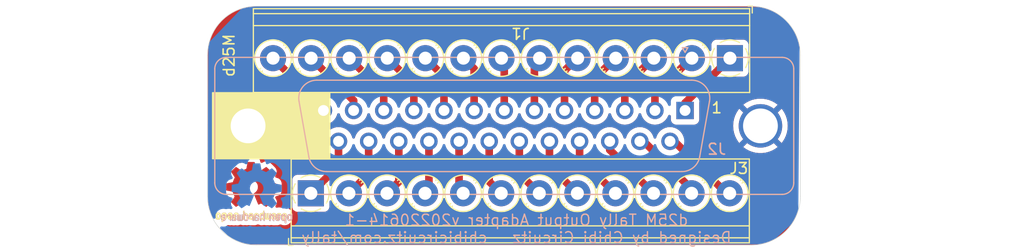
<source format=kicad_pcb>
(kicad_pcb
	(version 20240108)
	(generator "pcbnew")
	(generator_version "8.0")
	(general
		(thickness 1.6)
		(legacy_teardrops no)
	)
	(paper "USLetter")
	(title_block
		(title "d25M Tally Output Adapter board")
		(date "2022-06-14")
		(rev "20220514-1")
		(company "Chibi Circuitz")
	)
	(layers
		(0 "F.Cu" signal)
		(31 "B.Cu" signal)
		(32 "B.Adhes" user "B.Adhesive")
		(33 "F.Adhes" user "F.Adhesive")
		(34 "B.Paste" user)
		(35 "F.Paste" user)
		(36 "B.SilkS" user "B.Silkscreen")
		(37 "F.SilkS" user "F.Silkscreen")
		(38 "B.Mask" user)
		(39 "F.Mask" user)
		(40 "Dwgs.User" user "User.Drawings")
		(41 "Cmts.User" user "User.Comments")
		(42 "Eco1.User" user "User.Eco1")
		(43 "Eco2.User" user "User.Eco2")
		(44 "Edge.Cuts" user)
		(45 "Margin" user)
		(46 "B.CrtYd" user "B.Courtyard")
		(47 "F.CrtYd" user "F.Courtyard")
		(48 "B.Fab" user)
		(49 "F.Fab" user)
	)
	(setup
		(pad_to_mask_clearance 0)
		(allow_soldermask_bridges_in_footprints no)
		(pcbplotparams
			(layerselection 0x00010fc_ffffffff)
			(plot_on_all_layers_selection 0x0000000_00000000)
			(disableapertmacros no)
			(usegerberextensions no)
			(usegerberattributes yes)
			(usegerberadvancedattributes yes)
			(creategerberjobfile yes)
			(dashed_line_dash_ratio 12.000000)
			(dashed_line_gap_ratio 3.000000)
			(svgprecision 4)
			(plotframeref no)
			(viasonmask no)
			(mode 1)
			(useauxorigin no)
			(hpglpennumber 1)
			(hpglpenspeed 20)
			(hpglpendiameter 15.000000)
			(pdf_front_fp_property_popups yes)
			(pdf_back_fp_property_popups yes)
			(dxfpolygonmode yes)
			(dxfimperialunits yes)
			(dxfusepcbnewfont yes)
			(psnegative no)
			(psa4output no)
			(plotreference yes)
			(plotvalue yes)
			(plotfptext yes)
			(plotinvisibletext no)
			(sketchpadsonfab no)
			(subtractmaskfromsilk no)
			(outputformat 1)
			(mirror no)
			(drillshape 1)
			(scaleselection 1)
			(outputdirectory "")
		)
	)
	(net 0 "")
	(net 1 "GND")
	(net 2 "Pin1")
	(net 3 "Pin2")
	(net 4 "Pin4")
	(net 5 "Pin10")
	(net 6 "Pin9")
	(net 7 "Pin7")
	(net 8 "Pin13")
	(net 9 "Pin6")
	(net 10 "Pin11")
	(net 11 "Pin3")
	(net 12 "Pin8")
	(net 13 "Pin12")
	(net 14 "Pin5")
	(net 15 "Pin15")
	(net 16 "Pin18")
	(net 17 "Pin24")
	(net 18 "Pin19")
	(net 19 "Pin20")
	(net 20 "Pin17")
	(net 21 "Pin16")
	(net 22 "Pin25")
	(net 23 "Pin21")
	(net 24 "Pin23")
	(net 25 "Pin14")
	(net 26 "Pin22")
	(footprint "test:OSHW-Logo2" (layer "F.Cu") (at 104.013 117.602))
	(footprint "TerminalBlock_Phoenix:TerminalBlock_Phoenix_PT-1,5-13-3.5-H_1x13_P3.50mm_Horizontal" (layer "F.Cu") (at 148.026 105.283 180))
	(footprint "TerminalBlock_Phoenix:TerminalBlock_Phoenix_PT-1,5-12-3.5-H_1x12_P3.50mm_Horizontal" (layer "F.Cu") (at 109.5 117.729))
	(footprint "Connector_Dsub:DSUB-25_Male_Vertical_P2.77x2.84mm_MountingHoles" (layer "B.Cu") (at 143.9 110.1 180))
	(footprint "test:OSHW-Logo2" (layer "B.Cu") (at 104.521 117.729 180))
	(gr_poly
		(pts
			(xy 100.457 108.458) (xy 100.457 114.554) (xy 111.252 114.554) (xy 111.252 108.458)
		)
		(stroke
			(width 0.1)
			(type solid)
		)
		(fill solid)
		(layer "F.SilkS")
		(uuid "00000000-0000-0000-0000-00006287fab8")
	)
	(gr_line
		(start 81 123)
		(end 175 123)
		(stroke
			(width 0.15)
			(type solid)
		)
		(layer "Cmts.User")
		(uuid "00000000-0000-0000-0000-000062739583")
	)
	(gr_line
		(start 81 100)
		(end 81 123)
		(stroke
			(width 0.15)
			(type solid)
		)
		(layer "Cmts.User")
		(uuid "00000000-0000-0000-0000-000062739586")
	)
	(gr_line
		(start 175 100)
		(end 175 123)
		(stroke
			(width 0.15)
			(type solid)
		)
		(layer "Cmts.User")
		(uuid "9cdd25dd-aeea-478d-aed7-c2bbc57a8c7e")
	)
	(gr_line
		(start 97.917 108.5)
		(end 157.353 108.5)
		(stroke
			(width 0.15)
			(type solid)
		)
		(layer "Cmts.User")
		(uuid "9d0f6c23-d392-48ef-877c-3a9edb8786f6")
	)
	(gr_line
		(start 156.464 114.5)
		(end 97.79 114.5)
		(stroke
			(width 0.15)
			(type solid)
		)
		(layer "Cmts.User")
		(uuid "e7e66564-ffdc-4b60-bee5-0e1028d38998")
	)
	(gr_line
		(start 81 100)
		(end 175 100)
		(stroke
			(width 0.15)
			(type solid)
		)
		(layer "Cmts.User")
		(uuid "fe6d6f2c-7778-4d57-911a-8652572c4745")
	)
	(gr_line
		(start 81 111.5)
		(end 175 111.5)
		(stroke
			(width 0.15)
			(type solid)
		)
		(layer "Cmts.User")
		(uuid "fe890ad2-23ff-4a17-8979-60b5911419dd")
	)
	(gr_line
		(start 150 100.5)
		(end 104.5 100.5)
		(stroke
			(width 0.05)
			(type solid)
		)
		(layer "Edge.Cuts")
		(uuid "00000000-0000-0000-0000-000062691fbf")
	)
	(gr_arc
		(start 100 105)
		(mid 101.318019 101.818019)
		(end 104.5 100.5)
		(stroke
			(width 0.05)
			(type solid)
		)
		(layer "Edge.Cuts")
		(uuid "00000000-0000-0000-0000-00006269290d")
	)
	(gr_arc
		(start 150 100.5)
		(mid 153.181981 101.818019)
		(end 154.5 105)
		(stroke
			(width 0.05)
			(type solid)
		)
		(layer "Edge.Cuts")
		(uuid "00000000-0000-0000-0000-00006287cb49")
	)
	(gr_arc
		(start 154.5 118)
		(mid 153.181981 121.181981)
		(end 150 122.5)
		(stroke
			(width 0.05)
			(type solid)
		)
		(layer "Edge.Cuts")
		(uuid "1b92617e-884d-4307-a9e6-47e476fedb87")
	)
	(gr_line
		(start 100 105)
		(end 100 118)
		(stroke
			(width 0.05)
			(type solid)
		)
		(layer "Edge.Cuts")
		(uuid "5e4d9a87-cbb4-4ffc-b8ec-92f70af2dec5")
	)
	(gr_arc
		(start 104.5 122.5)
		(mid 101.318019 121.181981)
		(end 100 118)
		(stroke
			(width 0.05)
			(type solid)
		)
		(layer "Edge.Cuts")
		(uuid "7c6f878b-b8fc-4eec-a5c2-c5b666695f53")
	)
	(gr_line
		(start 104.5 122.5)
		(end 150 122.5)
		(stroke
			(width 0.05)
			(type solid)
		)
		(layer "Edge.Cuts")
		(uuid "7d2dc6c3-51c5-41d5-9b19-c4c35fab2e66")
	)
	(gr_line
		(start 154.5 118)
		(end 154.5 105)
		(stroke
			(width 0.05)
			(type solid)
		)
		(layer "Edge.Cuts")
		(uuid "9198fdcf-a26b-4930-b798-b18358e7a597")
	)
	(gr_text "d25M Tally Output Adapter v20220614-1\nDesigned by Chibi Circuitz   chibicircuitz.com/tally"
		(at 128.397 121 0)
		(layer "B.SilkS")
		(uuid "b0058ae3-04b3-4de8-9d37-5ee16b902f1b")
		(effects
			(font
				(size 1 1)
				(thickness 0.125)
				(bold yes)
			)
			(justify mirror)
		)
	)
	(gr_text "1"
		(at 146.812 109.855 0)
		(layer "F.SilkS")
		(uuid "1ecca8c5-9548-4416-b10d-0efde77e386e")
		(effects
			(font
				(size 1 1)
				(thickness 0.15)
			)
		)
	)
	(gr_text "d25M"
		(at 101.981 105.029 90)
		(layer "F.SilkS")
		(uuid "28151acf-1f17-4195-968b-beea12304531")
		(effects
			(font
				(size 1 1)
				(thickness 0.15)
			)
		)
	)
	(segment
		(start 143.9 110.1)
		(end 143.9 109.409)
		(width 0.7)
		(layer "F.Cu")
		(net 2)
		(uuid "3755e381-ea4c-4b5c-a7dc-0e057e63dbc4")
	)
	(segment
		(start 143.9 109.409)
		(end 148.026 105.283)
		(width 0.7)
		(layer "F.Cu")
		(net 2)
		(uuid "db72a237-f4fd-4d4c-9a0e-ed2e1ca6529f")
	)
	(segment
		(start 141.13 110.1)
		(end 141.13 108.62)
		(width 0.7)
		(layer "F.Cu")
		(net 3)
		(uuid "bfe94ef1-6ba4-4c84-a6f3-bf51fa7c01fc")
	)
	(segment
		(start 141.13 108.62)
		(end 144.5 105.25)
		(width 0.7)
		(layer "F.Cu")
		(net 3)
		(uuid "f985a994-8479-4012-8404-64990acb784d")
	)
	(segment
		(start 135.59 107.16)
		(end 137.5 105.25)
		(width 0.7)
		(layer "F.Cu")
		(net 4)
		(uuid "3fa06538-46b9-4246-a918-f65e79a6c1a6")
	)
	(segment
		(start 135.59 110.1)
		(end 135.59 107.16)
		(width 0.7)
		(layer "F.Cu")
		(net 4)
		(uuid "56e7f169-cec0-400b-87b4-eb652dbe7d3f")
	)
	(segment
		(start 118.97 110.1)
		(end 118.97 107.72)
		(width 0.7)
		(layer "F.Cu")
		(net 5)
		(uuid "6cbd6772-68a2-4ffa-af01-c8eb84d80b06")
	)
	(segment
		(start 118.97 107.72)
		(end 116.5 105.25)
		(width 0.7)
		(layer "F.Cu")
		(net 5)
		(uuid "9835f119-acce-47c4-886c-5bb7f72723d5")
	)
	(segment
		(start 121.74 110.1)
		(end 121.74 106.99)
		(width 0.7)
		(layer "F.Cu")
		(net 6)
		(uuid "2fb39780-5c3c-4699-8eb2-26882ff7538b")
	)
	(segment
		(start 121.74 106.99)
		(end 120 105.25)
		(width 0.7)
		(layer "F.Cu")
		(net 6)
		(uuid "9d3327b5-3acc-45f8-8033-accf50c339f2")
	)
	(segment
		(start 127.28 110.1)
		(end 127.28 105.53)
		(width 0.7)
		(layer "F.Cu")
		(net 7)
		(uuid "31e31274-c4f1-44e4-a235-e886cb6b502a")
	)
	(segment
		(start 127.28 105.53)
		(end 127 105.25)
		(width 0.7)
		(layer "F.Cu")
		(net 7)
		(uuid "3be2e983-6fbe-4dbe-bee4-f221ff838f17")
	)
	(segment
		(start 110.66 110.1)
		(end 110.66 109.917)
		(width 0.7)
		(layer "F.Cu")
		(net 8)
		(uuid "61d2f3ad-9c8b-4cf4-a5d4-18099ea3b764")
	)
	(segment
		(start 110.66 109.917)
		(end 106.026 105.283)
		(width 0.7)
		(layer "F.Cu")
		(net 8)
		(uuid "959b6f86-b6c8-4327-983a-4d341ffcb7a4")
	)
	(segment
		(start 130.05 105.7)
		(end 130.5 105.25)
		(width 0.7)
		(layer "F.Cu")
		(net 9)
		(uuid "ba479487-2d21-4fd2-8650-bb150bd58a9e")
	)
	(segment
		(start 130.05 110.1)
		(end 130.05 105.7)
		(width 0.7)
		(layer "F.Cu")
		(net 9)
		(uuid "d4d30718-9ebc-4c1d-8b2f-be6b0a793d5e")
	)
	(segment
		(start 116.2 108.457)
		(end 113.026 105.283)
		(width 0.7)
		(layer "F.Cu")
		(net 10)
		(uuid "85099c65-bf2b-4977-82ab-239e447a0f2a")
	)
	(segment
		(start 116.2 110.1)
		(end 116.2 108.457)
		(width 0.7)
		(layer "F.Cu")
		(net 10)
		(uuid "c4a3ebe1-f0ba-40e8-a2cf-d1a3e226f751")
	)
	(segment
		(start 138.36 107.89)
		(end 141 105.25)
		(width 0.7)
		(layer "F.Cu")
		(net 11)
		(uuid "1a494c1c-4e7c-4222-a9c8-d35680d44452")
	)
	(segment
		(start 138.36 110.1)
		(end 138.36 107.89)
		(width 0.7)
		(layer "F.Cu")
		(net 11)
		(uuid "44524623-0c9e-421b-aeef-3a292d891d98")
	)
	(segment
		(start 124.51 106.26)
		(end 123.5 105.25)
		(width 0.7)
		(layer "F.Cu")
		(net 12)
		(uuid "6959ac5a-f352-4d1a-9627-4d2b1ecce1cf")
	)
	(segment
		(start 124.51 110.1)
		(end 124.51 106.26)
		(width 0.7)
		(layer "F.Cu")
		(net 12)
		(uuid "f01b66e5-3662-4cc0-ae63-e90db849d79a")
	)
	(segment
		(start 113.43 110.1)
		(end 113.43 109.187)
		(width 0.7)
		(layer "F.Cu")
		(net 13)
		(uuid
... [192136 chars truncated]
</source>
